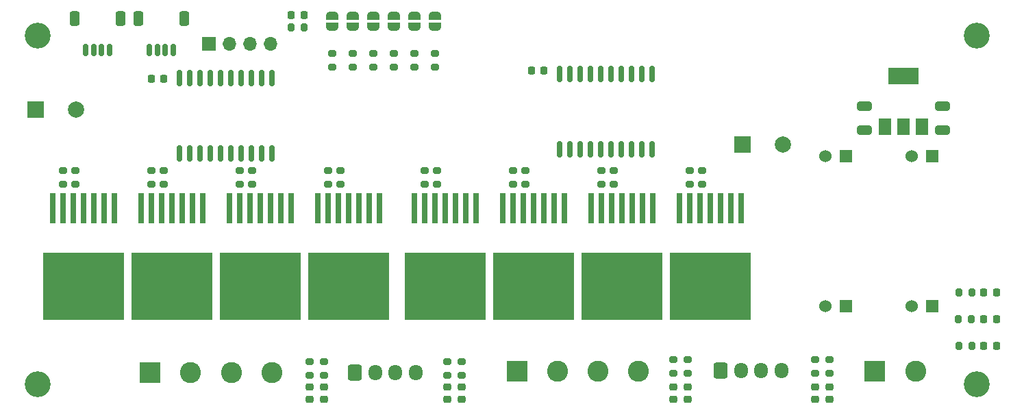
<source format=gts>
G04 #@! TF.GenerationSoftware,KiCad,Pcbnew,(6.0.0)*
G04 #@! TF.CreationDate,2022-12-27T21:59:09-05:00*
G04 #@! TF.ProjectId,i2c BTS7960,69326320-4254-4533-9739-36302e6b6963,rev?*
G04 #@! TF.SameCoordinates,Original*
G04 #@! TF.FileFunction,Soldermask,Top*
G04 #@! TF.FilePolarity,Negative*
%FSLAX46Y46*%
G04 Gerber Fmt 4.6, Leading zero omitted, Abs format (unit mm)*
G04 Created by KiCad (PCBNEW (6.0.0)) date 2022-12-27 21:59:09*
%MOMM*%
%LPD*%
G01*
G04 APERTURE LIST*
G04 Aperture macros list*
%AMRoundRect*
0 Rectangle with rounded corners*
0 $1 Rounding radius*
0 $2 $3 $4 $5 $6 $7 $8 $9 X,Y pos of 4 corners*
0 Add a 4 corners polygon primitive as box body*
4,1,4,$2,$3,$4,$5,$6,$7,$8,$9,$2,$3,0*
0 Add four circle primitives for the rounded corners*
1,1,$1+$1,$2,$3*
1,1,$1+$1,$4,$5*
1,1,$1+$1,$6,$7*
1,1,$1+$1,$8,$9*
0 Add four rect primitives between the rounded corners*
20,1,$1+$1,$2,$3,$4,$5,0*
20,1,$1+$1,$4,$5,$6,$7,0*
20,1,$1+$1,$6,$7,$8,$9,0*
20,1,$1+$1,$8,$9,$2,$3,0*%
%AMFreePoly0*
4,1,22,0.500000,-0.750000,0.000000,-0.750000,0.000000,-0.745033,-0.079941,-0.743568,-0.215256,-0.701293,-0.333266,-0.622738,-0.424486,-0.514219,-0.481581,-0.384460,-0.499164,-0.250000,-0.500000,-0.250000,-0.500000,0.250000,-0.499164,0.250000,-0.499963,0.256109,-0.478152,0.396186,-0.417904,0.524511,-0.324060,0.630769,-0.204165,0.706417,-0.067858,0.745374,0.000000,0.744959,0.000000,0.750000,
0.500000,0.750000,0.500000,-0.750000,0.500000,-0.750000,$1*%
%AMFreePoly1*
4,1,20,0.000000,0.744959,0.073905,0.744508,0.209726,0.703889,0.328688,0.626782,0.421226,0.519385,0.479903,0.390333,0.500000,0.250000,0.500000,-0.250000,0.499851,-0.262216,0.476331,-0.402017,0.414519,-0.529596,0.319384,-0.634700,0.198574,-0.708877,0.061801,-0.746166,0.000000,-0.745033,0.000000,-0.750000,-0.500000,-0.750000,-0.500000,0.750000,0.000000,0.750000,0.000000,0.744959,
0.000000,0.744959,$1*%
G04 Aperture macros list end*
%ADD10RoundRect,0.200000X-0.200000X-0.275000X0.200000X-0.275000X0.200000X0.275000X-0.200000X0.275000X0*%
%ADD11R,2.600000X2.600000*%
%ADD12C,2.600000*%
%ADD13RoundRect,0.200000X0.275000X-0.200000X0.275000X0.200000X-0.275000X0.200000X-0.275000X-0.200000X0*%
%ADD14RoundRect,0.200000X-0.275000X0.200000X-0.275000X-0.200000X0.275000X-0.200000X0.275000X0.200000X0*%
%ADD15RoundRect,0.218750X0.256250X-0.218750X0.256250X0.218750X-0.256250X0.218750X-0.256250X-0.218750X0*%
%ADD16RoundRect,0.218750X0.218750X0.256250X-0.218750X0.256250X-0.218750X-0.256250X0.218750X-0.256250X0*%
%ADD17R,1.500000X2.000000*%
%ADD18R,3.800000X2.000000*%
%ADD19RoundRect,0.150000X0.150000X-0.875000X0.150000X0.875000X-0.150000X0.875000X-0.150000X-0.875000X0*%
%ADD20R,1.524000X1.524000*%
%ADD21C,1.524000*%
%ADD22C,3.200000*%
%ADD23RoundRect,0.225000X0.225000X0.250000X-0.225000X0.250000X-0.225000X-0.250000X0.225000X-0.250000X0*%
%ADD24R,2.000000X2.000000*%
%ADD25C,2.000000*%
%ADD26RoundRect,0.200000X0.200000X0.275000X-0.200000X0.275000X-0.200000X-0.275000X0.200000X-0.275000X0*%
%ADD27R,0.800000X3.810000*%
%ADD28R,10.070000X8.290000*%
%ADD29RoundRect,0.250000X-0.600000X-0.725000X0.600000X-0.725000X0.600000X0.725000X-0.600000X0.725000X0*%
%ADD30O,1.700000X1.950000*%
%ADD31FreePoly0,270.000000*%
%ADD32FreePoly1,270.000000*%
%ADD33RoundRect,0.150000X0.150000X0.625000X-0.150000X0.625000X-0.150000X-0.625000X0.150000X-0.625000X0*%
%ADD34RoundRect,0.250000X0.350000X0.650000X-0.350000X0.650000X-0.350000X-0.650000X0.350000X-0.650000X0*%
%ADD35RoundRect,0.250000X-0.650000X0.325000X-0.650000X-0.325000X0.650000X-0.325000X0.650000X0.325000X0*%
%ADD36RoundRect,0.218750X-0.218750X-0.256250X0.218750X-0.256250X0.218750X0.256250X-0.218750X0.256250X0*%
%ADD37R,1.700000X1.700000*%
%ADD38O,1.700000X1.700000*%
%ADD39RoundRect,0.250000X0.650000X-0.325000X0.650000X0.325000X-0.650000X0.325000X-0.650000X-0.325000X0*%
G04 APERTURE END LIST*
D10*
X216599000Y-123698000D03*
X218249000Y-123698000D03*
D11*
X206265000Y-126837000D03*
D12*
X211265000Y-126837000D03*
D13*
X172466000Y-103695000D03*
X172466000Y-102045000D03*
X161544000Y-103695000D03*
X161544000Y-102045000D03*
X183071000Y-127063000D03*
X183071000Y-125413000D03*
X140208000Y-103695000D03*
X140208000Y-102045000D03*
D14*
X151892000Y-87567000D03*
X151892000Y-89217000D03*
D15*
X181293000Y-130327500D03*
X181293000Y-128752500D03*
D13*
X118364000Y-103695000D03*
X118364000Y-102045000D03*
D16*
X221259500Y-123698000D03*
X219684500Y-123698000D03*
D14*
X149352000Y-87567000D03*
X149352000Y-89217000D03*
D17*
X207504000Y-96622000D03*
D18*
X209804000Y-90322000D03*
D17*
X209804000Y-96622000D03*
X212104000Y-96622000D03*
D13*
X116840000Y-103695000D03*
X116840000Y-102045000D03*
D10*
X216536000Y-120396000D03*
X218186000Y-120396000D03*
D13*
X183388000Y-103695000D03*
X183388000Y-102045000D03*
D19*
X120269000Y-99900000D03*
X121539000Y-99900000D03*
X122809000Y-99900000D03*
X124079000Y-99900000D03*
X125349000Y-99900000D03*
X126619000Y-99900000D03*
X127889000Y-99900000D03*
X129159000Y-99900000D03*
X130429000Y-99900000D03*
X131699000Y-99900000D03*
X131699000Y-90600000D03*
X130429000Y-90600000D03*
X129159000Y-90600000D03*
X127889000Y-90600000D03*
X126619000Y-90600000D03*
X125349000Y-90600000D03*
X124079000Y-90600000D03*
X122809000Y-90600000D03*
X121539000Y-90600000D03*
X120269000Y-90600000D03*
D15*
X183071000Y-130327500D03*
X183071000Y-128752500D03*
X136335000Y-130327500D03*
X136335000Y-128752500D03*
X153353000Y-130327500D03*
X153353000Y-128752500D03*
D14*
X144272000Y-87567000D03*
X144272000Y-89217000D03*
D13*
X184912000Y-103695000D03*
X184912000Y-102045000D03*
X138684000Y-103695000D03*
X138684000Y-102045000D03*
D20*
X213360000Y-118745000D03*
D21*
X210820000Y-118745000D03*
D20*
X202692000Y-118745000D03*
D21*
X200152000Y-118745000D03*
D20*
X202692000Y-100203000D03*
D21*
X200152000Y-100203000D03*
X210820000Y-100203000D03*
D20*
X213360000Y-100203000D03*
D22*
X102719000Y-85358000D03*
D23*
X118377000Y-90678000D03*
X116827000Y-90678000D03*
D15*
X198819000Y-130327500D03*
X198819000Y-128752500D03*
D16*
X221259500Y-117094000D03*
X219684500Y-117094000D03*
D14*
X200597000Y-125413000D03*
X200597000Y-127063000D03*
X139192000Y-87567000D03*
X139192000Y-89217000D03*
D24*
X102534323Y-94488000D03*
D25*
X107534323Y-94488000D03*
D26*
X135699000Y-84328000D03*
X134049000Y-84328000D03*
D27*
X156972000Y-106672000D03*
X155702000Y-106672000D03*
X154432000Y-106672000D03*
X153162000Y-106672000D03*
X151892000Y-106672000D03*
X150622000Y-106672000D03*
X149352000Y-106672000D03*
D28*
X153162000Y-116332000D03*
D29*
X141983000Y-126983000D03*
D30*
X144483000Y-126983000D03*
X146983000Y-126983000D03*
X149483000Y-126983000D03*
D27*
X134112000Y-106672000D03*
X132842000Y-106672000D03*
X131572000Y-106672000D03*
X130302000Y-106672000D03*
X129032000Y-106672000D03*
X127762000Y-106672000D03*
X126492000Y-106672000D03*
D28*
X130302000Y-116332000D03*
D22*
X218798000Y-128437000D03*
X218798000Y-85358000D03*
D31*
X151892000Y-82916000D03*
D32*
X151892000Y-84216000D03*
D15*
X138113000Y-130327500D03*
X138113000Y-128752500D03*
D23*
X165367000Y-89662000D03*
X163817000Y-89662000D03*
D13*
X152146000Y-103695000D03*
X152146000Y-102045000D03*
D24*
X189910323Y-98806000D03*
D25*
X194910323Y-98806000D03*
D33*
X111673000Y-87090000D03*
X110673000Y-87090000D03*
X109673000Y-87090000D03*
X108673000Y-87090000D03*
D34*
X107373000Y-83215000D03*
X112973000Y-83215000D03*
D13*
X127762000Y-103695000D03*
X127762000Y-102045000D03*
D35*
X204978000Y-94029000D03*
X204978000Y-96979000D03*
D31*
X149352000Y-82916000D03*
D32*
X149352000Y-84216000D03*
D13*
X163068000Y-103695000D03*
X163068000Y-102045000D03*
X105918000Y-103695000D03*
X105918000Y-102045000D03*
D31*
X146812000Y-82916000D03*
D32*
X146812000Y-84216000D03*
D31*
X139192000Y-82916000D03*
D32*
X139192000Y-84216000D03*
D15*
X155131000Y-130327500D03*
X155131000Y-128752500D03*
D11*
X162022000Y-126837000D03*
D12*
X167022000Y-126837000D03*
X172022000Y-126837000D03*
X177022000Y-126837000D03*
D31*
X141732000Y-82916000D03*
D32*
X141732000Y-84216000D03*
D14*
X155131000Y-125667000D03*
X155131000Y-127317000D03*
D13*
X198819000Y-127063000D03*
X198819000Y-125413000D03*
D27*
X189738000Y-106672000D03*
X188468000Y-106672000D03*
X187198000Y-106672000D03*
X185928000Y-106672000D03*
X184658000Y-106672000D03*
X183388000Y-106672000D03*
X182118000Y-106672000D03*
D28*
X185928000Y-116332000D03*
D22*
X102719000Y-128437000D03*
D36*
X134086500Y-82804000D03*
X135661500Y-82804000D03*
D27*
X178816000Y-106672000D03*
X177546000Y-106672000D03*
X176276000Y-106672000D03*
X175006000Y-106672000D03*
X173736000Y-106672000D03*
X172466000Y-106672000D03*
X171196000Y-106672000D03*
D28*
X175006000Y-116332000D03*
D31*
X144272000Y-82916000D03*
D32*
X144272000Y-84216000D03*
D13*
X173990000Y-103695000D03*
X173990000Y-102045000D03*
D29*
X187195000Y-126746000D03*
D30*
X189695000Y-126746000D03*
X192195000Y-126746000D03*
X194695000Y-126746000D03*
D13*
X107442000Y-103695000D03*
X107442000Y-102045000D03*
D15*
X200597000Y-130327500D03*
X200597000Y-128752500D03*
D27*
X145034000Y-106672000D03*
X143764000Y-106672000D03*
X142494000Y-106672000D03*
X141224000Y-106672000D03*
X139954000Y-106672000D03*
X138684000Y-106672000D03*
X137414000Y-106672000D03*
D28*
X141224000Y-116332000D03*
D13*
X138113000Y-127317000D03*
X138113000Y-125667000D03*
D37*
X123889000Y-86360000D03*
D38*
X126429000Y-86360000D03*
X128969000Y-86360000D03*
X131509000Y-86360000D03*
D39*
X214630000Y-96979000D03*
X214630000Y-94029000D03*
D27*
X112268000Y-106672000D03*
X110998000Y-106672000D03*
X109728000Y-106672000D03*
X108458000Y-106672000D03*
X107188000Y-106672000D03*
X105918000Y-106672000D03*
X104648000Y-106672000D03*
D28*
X108458000Y-116332000D03*
D11*
X116683000Y-126964000D03*
D12*
X121683000Y-126964000D03*
X126683000Y-126964000D03*
X131683000Y-126964000D03*
D27*
X167894000Y-106672000D03*
X166624000Y-106672000D03*
X165354000Y-106672000D03*
X164084000Y-106672000D03*
X162814000Y-106672000D03*
X161544000Y-106672000D03*
X160274000Y-106672000D03*
D28*
X164084000Y-116332000D03*
D19*
X167259000Y-99392000D03*
X168529000Y-99392000D03*
X169799000Y-99392000D03*
X171069000Y-99392000D03*
X172339000Y-99392000D03*
X173609000Y-99392000D03*
X174879000Y-99392000D03*
X176149000Y-99392000D03*
X177419000Y-99392000D03*
X178689000Y-99392000D03*
X178689000Y-90092000D03*
X177419000Y-90092000D03*
X176149000Y-90092000D03*
X174879000Y-90092000D03*
X173609000Y-90092000D03*
X172339000Y-90092000D03*
X171069000Y-90092000D03*
X169799000Y-90092000D03*
X168529000Y-90092000D03*
X167259000Y-90092000D03*
D14*
X181293000Y-125413000D03*
X181293000Y-127063000D03*
D13*
X150622000Y-103695000D03*
X150622000Y-102045000D03*
X129286000Y-103695000D03*
X129286000Y-102045000D03*
D14*
X146812000Y-87567000D03*
X146812000Y-89217000D03*
X141732000Y-87567000D03*
X141732000Y-89217000D03*
D27*
X123190000Y-106672000D03*
X121920000Y-106672000D03*
X120650000Y-106672000D03*
X119380000Y-106672000D03*
X118110000Y-106672000D03*
X116840000Y-106672000D03*
X115570000Y-106672000D03*
D28*
X119380000Y-116332000D03*
D33*
X119547000Y-87090000D03*
X118547000Y-87090000D03*
X117547000Y-87090000D03*
X116547000Y-87090000D03*
D34*
X115247000Y-83215000D03*
X120847000Y-83215000D03*
D13*
X153353000Y-127317000D03*
X153353000Y-125667000D03*
D14*
X136335000Y-125667000D03*
X136335000Y-127317000D03*
D16*
X221259500Y-120396000D03*
X219684500Y-120396000D03*
D10*
X216599000Y-117094000D03*
X218249000Y-117094000D03*
M02*

</source>
